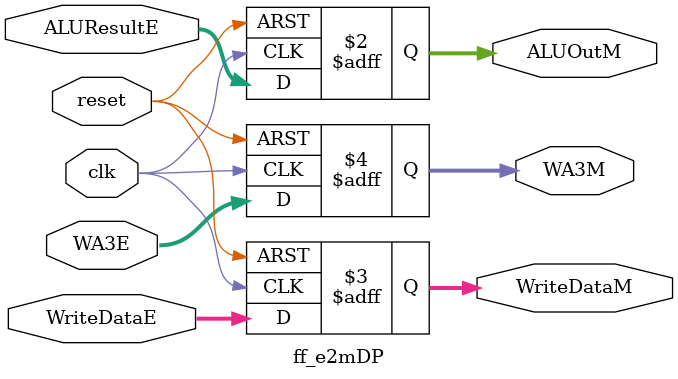
<source format=sv>
module ff_e2mDP (input logic clk, reset, 
                 input logic [31:0] ALUResultE, WriteDataE,
                 input logic [3:0] WA3E,
                 output logic [31:0] ALUOutM, WriteDataM,
                 output logic [3:0] WA3M);
    
    always_ff @(posedge clk, posedge reset) begin
        if (reset) begin
            ALUOutM <= 32'b0;
            WriteDataM <= 32'b0;
            WA3M <= 4'b0;
        end
        else begin
            ALUOutM <= ALUResultE;
            WriteDataM <= WriteDataE;
            WA3M <= WA3E;
        end
    end

endmodule
</source>
